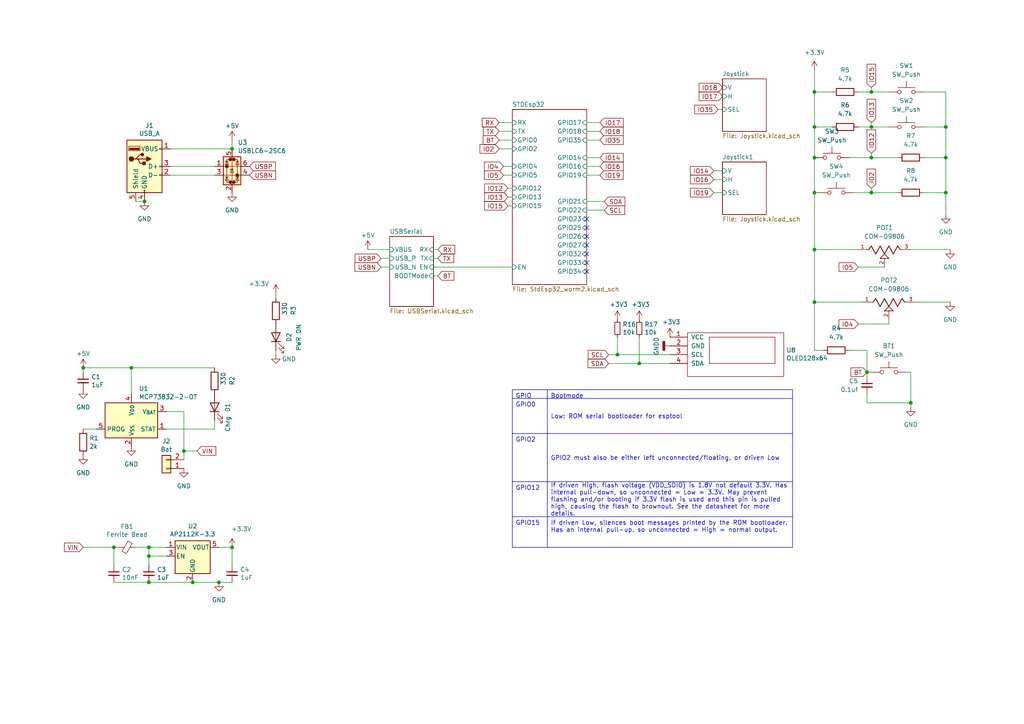
<source format=kicad_sch>
(kicad_sch (version 20250114) (generator "eeschema") (generator_version "9.0")
  (paper "A4")
  (title_block (title "Remote Control WIFI ESP32 S3") (date "2024-11-29"))
  (lib_symbols
    (symbol "+3.3V_1" (power) (pin_names (offset 0))
      (property "Value" "+3.3V_1" (at 0 3.556 0))
      (symbol "+3.3V_1_0_1"
        (polyline (pts (xy -0.762 1.27) (xy 0 2.54)))
        (polyline (pts (xy 0 2.54) (xy 0.762 1.27)))
        (polyline (pts (xy 0 0) (xy 0 2.54)))
      )
      (symbol "+3.3V_1_1_1"
        (pin power_in line (at 0 0 90) (length 0) (hide yes) (name "+3.3V") (number "1"))
      )
    )
    (symbol "+3.3V_3" (power) (pin_names (offset 0))
      (property "Value" "+3.3V_3" (at 0 3.556 0))
      (symbol "+3.3V_3_0_1"
        (polyline (pts (xy -0.762 1.27) (xy 0 2.54)))
        (polyline (pts (xy 0 2.54) (xy 0.762 1.27)))
        (polyline (pts (xy 0 0) (xy 0 2.54)))
      )
      (symbol "+3.3V_3_1_1"
        (pin power_in line (at 0 0 90) (length 0) (hide yes) (name "+3.3V") (number "1"))
      )
    )
    (symbol "Battery_Management:MCP73832-2-OT"
      (property "Reference" "U" (at -7.62 6.35 0))
      (property "Value" "MCP73832-2-OT" (at 1.27 6.35 0))
      (symbol "MCP73832-2-OT_0_1"
        (rectangle (start -7.62 5.08) (end 7.62 -5.08) (stroke (width 0.254)) (fill (type background)))
      )
      (symbol "MCP73832-2-OT_1_1"
        (pin input line (at -10.16 -2.54 0) (length 2.54) (name "PROG") (number "5"))
        (pin power_in line (at 0 7.62 270) (length 2.54) (name "V_{DD}") (number "4"))
        (pin power_in line (at 0 -7.62 90) (length 2.54) (name "V_{SS}") (number "2"))
        (pin power_out line (at 10.16 2.54 180) (length 2.54) (name "V_{BAT}") (number "3"))
        (pin open_collector line (at 10.16 -2.54 180) (length 2.54) (name "STAT") (number "1"))
      )
    )
    (symbol "Connector_Generic:Conn_01x02" (pin_names (offset 1.016) (hide yes))
      (property "Reference" "J" (at 0 2.54 0))
      (property "Value" "Conn_01x02" (at 0 -5.08 0))
      (symbol "Conn_01x02_1_1"
        (rectangle (start -1.27 1.27) (end 1.27 -3.81) (stroke (width 0.254)) (fill (type background)))
        (rectangle (start -1.27 0.127) (end 0 -0.127) (stroke (width 0.1524)))
        (rectangle (start -1.27 -2.413) (end 0 -2.667) (stroke (width 0.1524)))
        (pin passive line (at -5.08 0 0) (length 3.81) (name "Pin_1") (number "1"))
        (pin passive line (at -5.08 -2.54 0) (length 3.81) (name "Pin_2") (number "2"))
      )
    )
    (symbol "Device:C_Small" (pin_numbers (hide yes)) (pin_names (offset 0.254) (hide yes))
      (property "Reference" "C" (at 0.254 1.778 0))
      (property "Value" "C_Small" (at 0.254 -2.032 0))
      (symbol "C_Small_0_1"
        (polyline (pts (xy -1.524 0.508) (xy 1.524 0.508)) (stroke (width 0.3048)))
        (polyline (pts (xy -1.524 -0.508) (xy 1.524 -0.508)) (stroke (width 0.3302)))
      )
      (symbol "C_Small_1_1"
        (pin passive line (at 0 2.54 270) (length 2.032) (name "~") (number "1"))
        (pin passive line (at 0 -2.54 90) (length 2.032) (name "~") (number "2"))
      )
    )
    (symbol "Device:LED" (pin_numbers (hide yes)) (pin_names (offset 1.016) (hide yes))
      (property "Reference" "D" (at 0 2.54 0))
      (property "Value" "LED" (at 0 -2.54 0))
      (symbol "LED_0_1"
        (polyline (pts (xy -3.048 -0.762) (xy -4.572 -2.286) (xy -3.81 -2.286) (xy -4.572 -2.286) (xy -4.572 -1.524)))
        (polyline (pts (xy -1.778 -0.762) (xy -3.302 -2.286) (xy -2.54 -2.286) (xy -3.302 -2.286) (xy -3.302 -1.524)))
        (polyline (pts (xy -1.27 0) (xy 1.27 0)))
        (polyline (pts (xy -1.27 -1.27) (xy -1.27 1.27)) (stroke (width 0.254)))
        (polyline (pts (xy 1.27 -1.27) (xy 1.27 1.27) (xy -1.27 0) (xy 1.27 -1.27)) (stroke (width 0.254)))
      )
      (symbol "LED_1_1"
        (pin passive line (at -3.81 0 0) (length 2.54) (name "K") (number "1"))
        (pin passive line (at 3.81 0 180) (length 2.54) (name "A") (number "2"))
      )
    )
    (symbol "Device:R" (pin_numbers (hide yes)) (pin_names (offset 0))
      (property "Reference" "R" (at 2.032 0 90))
      (property "Value" "R" (at 0 0 90))
      (symbol "R_0_1"
        (rectangle (start -1.016 -2.54) (end 1.016 2.54) (stroke (width 0.254)))
      )
      (symbol "R_1_1"
        (pin passive line (at 0 3.81 270) (length 1.27) (name "~") (number "1"))
        (pin passive line (at 0 -3.81 90) (length 1.27) (name "~") (number "2"))
      )
    )
    (symbol "Device:R_Small" (pin_numbers (hide yes)) (pin_names (offset 0.254) (hide yes))
      (property "Reference" "R" (at 0 0 90))
      (property "Value" "R_Small" (at 1.778 0 90))
      (symbol "R_Small_0_1"
        (rectangle (start -0.762 1.778) (end 0.762 -1.778) (stroke (width 0.2032)))
      )
      (symbol "R_Small_1_1"
        (pin passive line (at 0 2.54 270) (length 0.762) (name "~") (number "1"))
        (pin passive line (at 0 -2.54 90) (length 0.762) (name "~") (number "2"))
      )
    )
    (symbol "Display:OLED128x64" (pin_names (offset 1.016))
      (property "Reference" "U" (at 3.81 1.27 0))
      (property "Value" "Display_OLED128x64" (at 12.7 1.27 0))
      (symbol "OLED128x64_0_1"
        (rectangle (start 5.08 0) (end 33.02 -12.7))
        (rectangle (start 11.43 -1.27) (end 30.48 -8.89))
      )
      (symbol "OLED128x64_1_1"
        (pin input line (at 0 -1.27 0) (length 5.08) (name "VCC") (number "1"))
        (pin input line (at 0 -3.81 0) (length 5.08) (name "GND") (number "2"))
        (pin input line (at 0 -6.35 0) (length 5.08) (name "SCL") (number "3"))
        (pin input line (at 0 -8.89 0) (length 5.08) (name "SDA") (number "4"))
      )
    )
    (symbol "GND_16" (power) (pin_names (offset 0))
      (property "Value" "GND_16" (at 0 -3.81 0))
      (symbol "GND_16_0_1"
        (polyline (pts (xy 0 0) (xy 0 -1.27) (xy 1.27 -1.27) (xy 0 -2.54) (xy -1.27 -1.27) (xy 0 -1.27)))
      )
      (symbol "GND_16_1_1"
        (pin power_in line (at 0 0 270) (length 0) (hide yes) (name "GND") (number "1"))
      )
    )
    (symbol "GND_20" (power) (pin_names (offset 0))
      (property "Value" "GND_20" (at 0 -3.81 0))
      (symbol "GND_20_0_1"
        (polyline (pts (xy 0 0) (xy 0 -1.27) (xy 1.27 -1.27) (xy 0 -2.54) (xy -1.27 -1.27) (xy 0 -1.27)))
      )
      (symbol "GND_20_1_1"
        (pin power_in line (at 0 0 270) (length 0) (hide yes) (name "GND") (number "1"))
      )
    )
    (symbol "GND_7" (power) (pin_names (offset 0))
      (property "Value" "GND_7" (at 0 -3.81 0))
      (symbol "GND_7_0_1"
        (polyline (pts (xy 0 0) (xy 0 -1.27) (xy 1.27 -1.27) (xy 0 -2.54) (xy -1.27 -1.27) (xy 0 -1.27)))
      )
      (symbol "GND_7_1_1"
        (pin power_in line (at 0 0 270) (length 0) (hide yes) (name "GND") (number "1"))
      )
    )
    (symbol "POT-COM_09806:COM-09806" (pin_names (offset 1.016))
      (property "Reference" "R" (at -5.08 5.08 0))
      (property "Value" "COM-09806" (at -5.08 2.54 0))
      (symbol "COM-09806_0_0"
        (polyline (pts (xy -5.08 0) (xy -4.572 0)) (stroke (width 0.1524)))
        (polyline (pts (xy -4.572 0) (xy -3.81 1.016)) (stroke (width 0.254)))
        (polyline (pts (xy -3.81 1.016) (xy -2.54 -1.27)) (stroke (width 0.254)))
        (polyline (pts (xy -2.54 -1.27) (xy -1.27 1.016)) (stroke (width 0.254)))
        (polyline (pts (xy -1.27 1.016) (xy 0 -1.27)) (stroke (width 0.254)))
        (polyline (pts (xy -1.27 -2.54) (xy 0 -1.27)) (stroke (width 0.2032)))
        (polyline (pts (xy 0 -1.27) (xy 1.27 1.016)) (stroke (width 0.254)))
        (polyline (pts (xy 0 -1.27) (xy 1.27 -2.54)) (stroke (width 0.2032)))
        (polyline (pts (xy 1.27 1.016) (xy 2.54 -1.27)) (stroke (width 0.254)))
        (polyline (pts (xy 1.27 -2.54) (xy -1.27 -2.54)) (stroke (width 0.2032)))
        (polyline (pts (xy 2.54 -1.27) (xy 3.81 1.016)) (stroke (width 0.254)))
        (polyline (pts (xy 3.81 1.016) (xy 4.572 0)) (stroke (width 0.254)))
        (polyline (pts (xy 4.572 0) (xy 5.08 0)) (stroke (width 0.1524)))
        (pin passive line (at -7.62 0 0) (length 2.54) (name "~") (number "1"))
        (pin passive line (at 0 -5.08 90) (length 2.54) (name "~") (number "2"))
        (pin passive line (at 7.62 0 180) (length 2.54) (name "~") (number "3"))
      )
    )
    (symbol "Power_Protection:USBLC6-2SC6" (pin_names (hide yes))
      (property "Reference" "U" (at 0.635 5.715 0))
      (property "Value" "USBLC6-2SC6" (at 0.635 3.81 0))
      (symbol "USBLC6-2SC6_0_0"
        (circle (center -1.524 0) (radius 0.0001) (stroke (width 0.508)))
        (circle (center -0.508 2.032) (radius 0.0001) (stroke (width 0.508)))
        (circle (center -0.508 -4.572) (radius 0.0001) (stroke (width 0.508)))
        (circle (center 0.508 2.032) (radius 0.0001) (stroke (width 0.508)))
        (circle (center 0.508 -4.572) (radius 0.0001) (stroke (width 0.508)))
        (circle (center 1.524 -2.54) (radius 0.0001) (stroke (width 0.508)))
      )
      (symbol "USBLC6-2SC6_0_1"
        (polyline (pts (xy -2.54 0) (xy 2.54 0)))
        (polyline (pts (xy -2.54 -2.54) (xy 2.54 -2.54)))
        (polyline (pts (xy -2.032 0.508) (xy -1.016 0.508) (xy -1.524 1.524) (xy -2.032 0.508)))
        (polyline (pts (xy -2.032 -3.048) (xy -1.016 -3.048)))
        (polyline (pts (xy -1.016 1.524) (xy -2.032 1.524)))
        (polyline (pts (xy -1.016 -4.064) (xy -2.032 -4.064) (xy -1.524 -3.048) (xy -1.016 -4.064)))
        (polyline (pts (xy -0.508 -1.143) (xy -0.508 -0.762) (xy 0.508 -0.762)))
        (polyline (pts (xy 0 2.54) (xy -0.508 2.032) (xy 0.508 2.032) (xy 0 1.524) (xy 0 -4.064) (xy -0.508 -4.572) (xy 0.508 -4.572) (xy 0 -5.08)))
        (polyline (pts (xy 0.508 -1.778) (xy -0.508 -1.778) (xy 0 -0.762) (xy 0.508 -1.778)))
        (polyline (pts (xy 1.016 1.524) (xy 2.032 1.524)))
        (polyline (pts (xy 1.016 -3.048) (xy 2.032 -3.048)))
        (polyline (pts (xy 2.032 0.508) (xy 1.016 0.508) (xy 1.524 1.524) (xy 2.032 0.508)))
        (polyline (pts (xy 2.032 -4.064) (xy 1.016 -4.064) (xy 1.524 -3.048) (xy 2.032 -4.064)))
      )
      (symbol "USBLC6-2SC6_1_1"
        (rectangle (start -2.54 2.794) (end 2.54 -5.334) (stroke (width 0.254)) (fill (type background)))
        (polyline (pts (xy -0.508 2.032) (xy -1.524 2.032) (xy -1.524 -4.572) (xy -0.508 -4.572)))
        (polyline (pts (xy 0.508 -4.572) (xy 1.524 -4.572) (xy 1.524 2.032) (xy 0.508 2.032)))
        (pin passive line (at -5.08 0 0) (length 2.54) (name "I/O1") (number "1"))
        (pin passive line (at -5.08 -2.54 0) (length 2.54) (name "I/O2") (number "3"))
        (pin passive line (at 0 5.08 270) (length 2.54) (name "VBUS") (number "5"))
        (pin passive line (at 0 -7.62 90) (length 2.54) (name "GND") (number "2"))
        (pin passive line (at 5.08 0 180) (length 2.54) (name "I/O1") (number "6"))
        (pin passive line (at 5.08 -2.54 180) (length 2.54) (name "I/O2") (number "4"))
      )
    )
    (symbol "Programmer-rescue:AP2112K-3.3-Regulator_Linear" (pin_names (offset 0.254))
      (property "Reference" "U" (at -5.08 5.715 0))
      (property "Value" "Regulator_Linear_AP2112K-3.3" (at 0 5.715 0))
      (symbol "AP2112K-3.3-Regulator_Linear_0_1"
        (rectangle (start -5.08 4.445) (end 5.08 -5.08) (stroke (width 0.254)) (fill (type background)))
      )
      (symbol "AP2112K-3.3-Regulator_Linear_1_1"
        (pin power_in line (at -7.62 2.54 0) (length 2.54) (name "VIN") (number "1"))
        (pin input line (at -7.62 0 0) (length 2.54) (name "EN") (number "3"))
        (pin power_in line (at 0 -7.62 90) (length 2.54) (name "GND") (number "2"))
        (pin power_out line (at 7.62 2.54 180) (length 2.54) (name "VOUT") (number "5"))
        (pin no_connect line (at 7.62 0 180) (length 2.54) (hide yes) (name "NC") (number "4"))
      )
    )
    (symbol "Programmer-rescue:Ferrite_Bead_Small-Device" (pin_numbers (hide yes)) (pin_names (offset 0))
      (property "Reference" "FB" (at 1.905 1.27 0))
      (property "Value" "Device_Ferrite_Bead_Small" (at 1.905 -1.27 0))
      (symbol "Ferrite_Bead_Small-Device_0_1"
        (polyline (pts (xy -1.8288 0.2794) (xy -1.1176 1.4986) (xy 1.8288 -0.2032) (xy 1.1176 -1.4224) (xy -1.8288 0.2794)))
        (polyline (pts (xy 0 0.889) (xy 0 1.2954)))
        (polyline (pts (xy 0 -1.27) (xy 0 -0.7874)))
      )
      (symbol "Ferrite_Bead_Small-Device_1_1"
        (pin passive line (at 0 2.54 270) (length 1.27) (name "~") (number "1"))
        (pin passive line (at 0 -2.54 90) (length 1.27) (name "~") (number "2"))
      )
    )
    (symbol "Programmer-rescue:USB_A-Connector" (pin_names (offset 1.016))
      (property "Reference" "J" (at -5.08 11.43 0))
      (property "Value" "Connector_USB_A" (at -5.08 8.89 0))
      (symbol "USB_A-Connector_0_1"
        (rectangle (start -5.08 -7.62) (end 5.08 7.62) (stroke (width 0.254)) (fill (type background)))
        (circle (center -3.81 2.159) (radius 0.635) (stroke (width 0.254)) (fill (type outline)))
        (polyline (pts (xy -3.175 2.159) (xy -2.54 2.159) (xy -1.27 3.429) (xy -0.635 3.429)) (stroke (width 0.254)))
        (polyline (pts (xy -2.54 2.159) (xy -1.905 2.159) (xy -1.27 0.889) (xy 0 0.889)) (stroke (width 0.254)))
        (rectangle (start -1.524 4.826) (end -4.318 5.334) (fill (type outline)))
        (rectangle (start -1.27 4.572) (end -4.572 5.842))
        (circle (center -0.635 3.429) (radius 0.381) (stroke (width 0.254)) (fill (type outline)))
        (rectangle (start -0.127 -7.62) (end 0.127 -6.858))
        (rectangle (start 0.254 1.27) (end -0.508 0.508) (stroke (width 0.254)) (fill (type outline)))
        (polyline (pts (xy 0.635 2.794) (xy 0.635 1.524) (xy 1.905 2.159) (xy 0.635 2.794)) (stroke (width 0.254)) (fill (type outline)))
        (rectangle (start 5.08 4.953) (end 4.318 5.207))
        (rectangle (start 5.08 -0.127) (end 4.318 0.127))
        (rectangle (start 5.08 -2.667) (end 4.318 -2.413))
      )
      (symbol "USB_A-Connector_1_1"
        (polyline (pts (xy -1.905 2.159) (xy 0.635 2.159)) (stroke (width 0.254)))
        (pin passive line (at -2.54 -10.16 90) (length 2.54) (name "Shield") (number "5"))
        (pin power_in line (at 0 -10.16 90) (length 2.54) (name "GND") (number "4"))
        (pin power_in line (at 7.62 5.08 180) (length 2.54) (name "VBUS") (number "1"))
        (pin passive line (at 7.62 0 180) (length 2.54) (name "D+") (number "3"))
        (pin passive line (at 7.62 -2.54 180) (length 2.54) (name "D-") (number "2"))
      )
    )
    (symbol "Switch:SW_Push" (pin_numbers (hide yes)) (pin_names (offset 1.016) (hide yes))
      (property "Reference" "SW" (at 1.27 2.54 0))
      (property "Value" "SW_Push" (at 0 -1.524 0))
      (symbol "SW_Push_0_1"
        (circle (center -2.032 0) (radius 0.508))
        (polyline (pts (xy 0 1.27) (xy 0 3.048)))
        (circle (center 2.032 0) (radius 0.508))
        (polyline (pts (xy 2.54 1.27) (xy -2.54 1.27)))
        (pin passive line (at -5.08 0 0) (length 2.54) (name "1") (number "1"))
        (pin passive line (at 5.08 0 180) (length 2.54) (name "2") (number "2"))
      )
    )
    (symbol "power:+3V3" (power) (pin_numbers (hide yes)) (pin_names (offset 0) (hide yes))
      (property "Value" "+3V3" (at 0 3.556 0))
      (symbol "+3V3_0_1"
        (polyline (pts (xy -0.762 1.27) (xy 0 2.54)))
        (polyline (pts (xy 0 2.54) (xy 0.762 1.27)))
        (polyline (pts (xy 0 0) (xy 0 2.54)))
      )
      (symbol "+3V3_1_1"
        (pin power_in line (at 0 0 90) (length 0) (name "~") (number "1"))
      )
    )
    (symbol "power:+5V" (power) (pin_numbers (hide yes)) (pin_names (offset 0) (hide yes))
      (property "Value" "+5V" (at 0 3.556 0))
      (symbol "+5V_0_1"
        (polyline (pts (xy -0.762 1.27) (xy 0 2.54)))
        (polyline (pts (xy 0 2.54) (xy 0.762 1.27)))
        (polyline (pts (xy 0 0) (xy 0 2.54)))
      )
      (symbol "+5V_1_1"
        (pin power_in line (at 0 0 90) (length 0) (name "~") (number "1"))
      )
    )
    (symbol "power:GND" (power) (pin_names (offset 0))
      (property "Value" "GND" (at 0 -3.81 0))
      (symbol "GND_0_1"
        (polyline (pts (xy 0 0) (xy 0 -1.27) (xy 1.27 -1.27) (xy 0 -2.54) (xy -1.27 -1.27) (xy 0 -1.27)))
      )
      (symbol "GND_1_1"
        (pin power_in line (at 0 0 270) (length 0) (hide yes) (name "GND") (number "1"))
      )
    )
    (symbol "power:GNDD" (power) (pin_numbers (hide yes)) (pin_names (offset 0) (hide yes))
      (property "Value" "GNDD" (at 0 -3.175 0))
      (symbol "GNDD_0_1"
        (rectangle (start -1.27 -1.524) (end 1.27 -2.032) (stroke (width 0.254)) (fill (type outline)))
        (polyline (pts (xy 0 0) (xy 0 -1.524)))
      )
      (symbol "GNDD_1_1"
        (pin power_in line (at 0 0 270) (length 0) (name "~") (number "1"))
      )
    )
  )
  (junction (at 179.07 102.87))
  (junction (at 53.34 130.81))
  (junction (at 252.73 55.88))
  (junction (at 236.22 36.83))
  (junction (at 236.22 72.39))
  (junction (at 252.73 26.67))
  (junction (at 236.22 87.63))
  (junction (at 38.1 106.68))
  (junction (at 55.88 168.91))
  (junction (at 274.32 45.72))
  (junction (at 24.13 106.68))
  (junction (at 251.46 107.95))
  (junction (at 41.91 58.42))
  (junction (at 43.18 168.91))
  (junction (at 252.73 36.83))
  (junction (at 33.02 158.75))
  (junction (at 252.73 45.72))
  (junction (at 43.18 161.29))
  (junction (at 67.31 43.18))
  (junction (at 236.22 55.88))
  (junction (at 236.22 26.67))
  (junction (at 63.5 168.91))
  (junction (at 43.18 158.75))
  (junction (at 67.31 158.75))
  (junction (at 264.16 116.84))
  (junction (at 274.32 55.88))
  (junction (at 185.42 105.41))
  (junction (at 236.22 45.72))
  (junction (at 274.32 36.83))
  (no_connect (at 556.26 -137.16))
  (no_connect (at 170.18 76.2))
  (no_connect (at 170.18 73.66))
  (no_connect (at 170.18 78.74))
  (no_connect (at 170.18 68.58))
  (no_connect (at 170.18 71.12))
  (no_connect (at 170.18 63.5))
  (no_connect (at 170.18 66.04))
  (wire (pts (xy 248.92 93.98) (xy 257.81 93.98)))
  (wire (pts (xy 39.37 58.42) (xy 41.91 58.42)))
  (wire (pts (xy 274.32 36.83) (xy 274.32 45.72)))
  (wire (pts (xy 48.26 119.38) (xy 53.34 119.38)))
  (wire (pts (xy 236.22 36.83) (xy 236.22 45.72)))
  (wire (pts (xy 43.18 158.75) (xy 43.18 161.29)))
  (wire (pts (xy 207.01 52.07) (xy 209.55 52.07)))
  (wire (pts (xy 144.78 38.1) (xy 148.59 38.1)))
  (wire (pts (xy 144.78 35.56) (xy 148.59 35.56)))
  (wire (pts (xy 170.18 35.56) (xy 173.99 35.56)))
  (wire (pts (xy 247.65 55.88) (xy 252.73 55.88)))
  (wire (pts (xy 236.22 55.88) (xy 236.22 72.39)))
  (wire (pts (xy 173.99 50.8) (xy 170.18 50.8)))
  (wire (pts (xy 147.32 59.69) (xy 148.59 59.69)))
  (wire (pts (xy 179.07 97.79) (xy 179.07 102.87)))
  (wire (pts (xy 24.13 124.46) (xy 27.94 124.46)))
  (wire (pts (xy 251.46 107.95) (xy 251.46 109.22)))
  (wire (pts (xy 62.23 121.92) (xy 62.23 124.46)))
  (wire (pts (xy 207.01 49.53) (xy 209.55 49.53)))
  (wire (pts (xy 125.73 72.39) (xy 127 72.39)))
  (wire (pts (xy 267.97 36.83) (xy 274.32 36.83)))
  (wire (pts (xy 53.34 133.35) (xy 53.34 130.81)))
  (wire (pts (xy 173.99 48.26) (xy 170.18 48.26)))
  (wire (pts (xy 236.22 45.72) (xy 236.22 55.88)))
  (wire (pts (xy 38.1 106.68) (xy 38.1 114.3)))
  (wire (pts (xy 248.92 36.83) (xy 252.73 36.83)))
  (wire (pts (xy 63.5 168.91) (xy 55.88 168.91)))
  (wire (pts (xy 264.16 107.95) (xy 264.16 116.84)))
  (wire (pts (xy 67.31 168.91) (xy 63.5 168.91)))
  (wire (pts (xy 251.46 116.84) (xy 251.46 114.3)))
  (wire (pts (xy 147.32 57.15) (xy 148.59 57.15)))
  (wire (pts (xy 49.53 43.18) (xy 67.31 43.18)))
  (wire (pts (xy 275.59 87.63) (xy 265.43 87.63)))
  (wire (pts (xy 34.29 158.75) (xy 33.02 158.75)))
  (wire (pts (xy 236.22 26.67) (xy 241.3 26.67)))
  (wire (pts (xy 110.49 77.47) (xy 113.03 77.47)))
  (wire (pts (xy 49.53 48.26) (xy 62.23 48.26)))
  (wire (pts (xy 170.18 58.42) (xy 175.26 58.42)))
  (wire (pts (xy 267.97 26.67) (xy 274.32 26.67)))
  (wire (pts (xy 43.18 168.91) (xy 33.02 168.91)))
  (wire (pts (xy 252.73 44.45) (xy 252.73 45.72)))
  (wire (pts (xy 264.16 116.84) (xy 264.16 118.11)))
  (wire (pts (xy 173.99 45.72) (xy 170.18 45.72)))
  (wire (pts (xy 252.73 35.56) (xy 252.73 36.83)))
  (wire (pts (xy 246.38 45.72) (xy 252.73 45.72)))
  (wire (pts (xy 24.13 106.68) (xy 24.13 107.95)))
  (wire (pts (xy 179.07 102.87) (xy 176.53 102.87)))
  (wire (pts (xy 146.05 50.8) (xy 148.59 50.8)))
  (wire (pts (xy 170.18 40.64) (xy 173.99 40.64)))
  (wire (pts (xy 110.49 74.93) (xy 113.03 74.93)))
  (wire (pts (xy 125.73 80.01) (xy 127 80.01)))
  (wire (pts (xy 48.26 124.46) (xy 62.23 124.46)))
  (wire (pts (xy 208.28 31.75) (xy 209.55 31.75)))
  (wire (pts (xy 252.73 55.88) (xy 260.35 55.88)))
  (wire (pts (xy 62.23 106.68) (xy 38.1 106.68)))
  (wire (pts (xy 185.42 97.79) (xy 185.42 105.41)))
  (wire (pts (xy 144.78 40.64) (xy 148.59 40.64)))
  (wire (pts (xy 24.13 158.75) (xy 33.02 158.75)))
  (wire (pts (xy 236.22 87.63) (xy 250.19 87.63)))
  (wire (pts (xy 147.32 54.61) (xy 148.59 54.61)))
  (wire (pts (xy 238.76 101.6) (xy 236.22 101.6)))
  (wire (pts (xy 146.05 48.26) (xy 148.59 48.26)))
  (wire (pts (xy 194.31 105.41) (xy 185.42 105.41)))
  (wire (pts (xy 170.18 38.1) (xy 173.99 38.1)))
  (wire (pts (xy 236.22 26.67) (xy 236.22 36.83)))
  (wire (pts (xy 262.89 107.95) (xy 264.16 107.95)))
  (wire (pts (xy 67.31 40.64) (xy 67.31 43.18)))
  (wire (pts (xy 80.01 101.6) (xy 80.01 102.87)))
  (wire (pts (xy 43.18 168.91) (xy 55.88 168.91)))
  (wire (pts (xy 236.22 72.39) (xy 236.22 87.63)))
  (wire (pts (xy 252.73 26.67) (xy 257.81 26.67)))
  (wire (pts (xy 48.26 161.29) (xy 43.18 161.29)))
  (wire (pts (xy 257.81 93.98) (xy 257.81 92.71)))
  (wire (pts (xy 80.01 85.09) (xy 80.01 86.36)))
  (wire (pts (xy 264.16 72.39) (xy 275.59 72.39)))
  (wire (pts (xy 185.42 105.41) (xy 176.53 105.41)))
  (wire (pts (xy 274.32 55.88) (xy 274.32 62.23)))
  (wire (pts (xy 236.22 36.83) (xy 241.3 36.83)))
  (wire (pts (xy 236.22 72.39) (xy 248.92 72.39)))
  (wire (pts (xy 252.73 36.83) (xy 257.81 36.83)))
  (wire (pts (xy 53.34 130.81) (xy 57.15 130.81)))
  (wire (pts (xy 39.37 158.75) (xy 43.18 158.75)))
  (wire (pts (xy 63.5 158.75) (xy 67.31 158.75)))
  (wire (pts (xy 48.26 158.75) (xy 43.18 158.75)))
  (wire (pts (xy 252.73 107.95) (xy 251.46 107.95)))
  (wire (pts (xy 43.18 161.29) (xy 43.18 163.83)))
  (wire (pts (xy 49.53 50.8) (xy 62.23 50.8)))
  (wire (pts (xy 274.32 26.67) (xy 274.32 36.83)))
  (wire (pts (xy 252.73 45.72) (xy 260.35 45.72)))
  (wire (pts (xy 236.22 55.88) (xy 237.49 55.88)))
  (wire (pts (xy 67.31 158.75) (xy 67.31 163.83)))
  (wire (pts (xy 236.22 20.32) (xy 236.22 26.67)))
  (wire (pts (xy 246.38 101.6) (xy 251.46 101.6)))
  (wire (pts (xy 252.73 25.4) (xy 252.73 26.67)))
  (wire (pts (xy 53.34 119.38) (xy 53.34 130.81)))
  (wire (pts (xy 274.32 55.88) (xy 267.97 55.88)))
  (wire (pts (xy 33.02 158.75) (xy 33.02 163.83)))
  (wire (pts (xy 274.32 45.72) (xy 274.32 55.88)))
  (wire (pts (xy 207.01 55.88) (xy 209.55 55.88)))
  (wire (pts (xy 251.46 116.84) (xy 264.16 116.84)))
  (wire (pts (xy 125.73 74.93) (xy 127 74.93)))
  (wire (pts (xy 170.18 60.96) (xy 175.26 60.96)))
  (wire (pts (xy 144.78 43.18) (xy 148.59 43.18)))
  (wire (pts (xy 236.22 87.63) (xy 236.22 101.6)))
  (wire (pts (xy 248.92 77.47) (xy 256.54 77.47)))
  (wire (pts (xy 125.73 77.47) (xy 148.59 77.47)))
  (wire (pts (xy 248.92 26.67) (xy 252.73 26.67)))
  (wire (pts (xy 267.97 45.72) (xy 274.32 45.72)))
  (wire (pts (xy 251.46 101.6) (xy 251.46 107.95)))
  (wire (pts (xy 106.68 72.39) (xy 113.03 72.39)))
  (wire (pts (xy 194.31 102.87) (xy 179.07 102.87)))
  (wire (pts (xy 38.1 106.68) (xy 24.13 106.68)))
  (wire (pts (xy 252.73 54.61) (xy 252.73 55.88)))
  (table (column_count 2) (border (external yes) (header yes)) (separators (rows yes) (cols yes)) (column_widths 10.16 71.12) (row_heights 2.54 10.16 13.97 10.16 8.89) (cells (table_cell "GPIO" (at 148.59 113.03 0) (size 10.16 2.54) (margins 0.9525 0.9525 0.9525 0.9525) (span 1 1)) (table_cell "Bootmode" (at 158.75 113.03 0) (size 71.12 2.54) (margins 0.9525 0.9525 0.9525 0.9525) (span 1 1)) (table_cell "GPIO0" (at 148.59 115.57 0) (size 10.16 10.16) (margins 0.9525 0.9525 0.9525 0.9525) (span 1 1)) (table_cell "Low: ROM serial bootloader for esptool" (at 158.75 115.57 0) (size 71.12 10.16) (margins 0.9525 0.9525 0.9525 0.9525) (span 1 1)) (table_cell "GPIO2" (at 148.59 125.73 0) (size 10.16 13.97) (margins 0.9525 0.9525 0.9525 0.9525) (span 1 1)) (table_cell "GPIO2 must also be either left unconnected/floating, or driven Low" (at 158.75 125.73 0) (size 71.12 13.97) (margins 0.9525 0.9525 0.9525 0.9525) (span 1 1)) (table_cell "GPIO12 " (at 148.59 139.7 0) (size 10.16 10.16) (margins 0.9525 0.9525 0.9525 0.9525) (span 1 1)) (table_cell "If driven High, flash voltage (VDD_SDIO) is 1.8V not default 3.3V. Has internal pull-down, so unconnected = Low = 3.3V. May prevent flashing and/or booting if 3.3V flash is used and this pin is pulled high, causing the flash to brownout. See the datasheet for more details." (at 158.75 139.7 0) (size 71.12 10.16) (margins 0.9525 0.9525 0.9525 0.9525) (span 1 1)) (table_cell "GPIO15" (at 148.59 149.86 0) (size 10.16 8.89) (margins 0.9525 0.9525 0.9525 0.9525) (span 1 1)) (table_cell "If driven Low, silences boot messages printed by the ROM bootloader. Has an internal pull-up, so unconnected = High = normal output." (at 158.75 149.86 0) (size 71.12 8.89) (margins 0.9525 0.9525 0.9525 0.9525) (span 1 1))))
  (global_label "RX" (shape input) (at 144.78 35.56 180) (property "Intersheetrefs" "${INTERSHEET_REFS}" (effects (hide yes))))
  (global_label "IO15" (shape input) (at 147.32 59.69 180) (property "Intersheetrefs" "${INTERSHEET_REFS}" (effects (hide yes))))
  (global_label "USBN" (shape input) (at 72.39 50.8 0) (property "Intersheetrefs" "${INTERSHEET_REFS}" (effects (hide yes))))
  (global_label "USBP" (shape input) (at 72.39 48.26 0) (property "Intersheetrefs" "${INTERSHEET_REFS}" (effects (hide yes))))
  (global_label "IO12" (shape input) (at 147.32 54.61 180) (property "Intersheetrefs" "${INTERSHEET_REFS}" (effects (hide yes))))
  (global_label "SDA" (shape input) (at 175.26 58.42 0) (property "Intersheetrefs" "${INTERSHEET_REFS}" (effects (hide yes))))
  (global_label "IO14" (shape input) (at 207.01 49.53 180) (property "Intersheetrefs" "${INTERSHEET_REFS}" (effects (hide yes))))
  (global_label "IO2" (shape input) (at 252.73 54.61 90) (property "Intersheetrefs" "${INTERSHEET_REFS}" (effects (hide yes))))
  (global_label "IO13" (shape input) (at 147.32 57.15 180) (property "Intersheetrefs" "${INTERSHEET_REFS}" (effects (hide yes))))
  (global_label "IO5" (shape input) (at 146.05 50.8 180) (property "Intersheetrefs" "${INTERSHEET_REFS}" (effects (hide yes))))
  (global_label "IO4" (shape input) (at 248.92 93.98 180) (property "Intersheetrefs" "${INTERSHEET_REFS}" (effects (hide yes))))
  (global_label "IO15" (shape input) (at 252.73 25.4 90) (property "Intersheetrefs" "${INTERSHEET_REFS}" (effects (hide yes))))
  (global_label "IO17" (shape input) (at 209.55 27.94 180) (property "Intersheetrefs" "${INTERSHEET_REFS}" (effects (hide yes))))
  (global_label "BT" (shape input) (at 144.78 40.64 180) (property "Intersheetrefs" "${INTERSHEET_REFS}" (effects (hide yes))))
  (global_label "RX" (shape input) (at 127 72.39 0) (property "Intersheetrefs" "${INTERSHEET_REFS}" (effects (hide yes))))
  (global_label "VIN" (shape input) (at 24.13 158.75 180) (property "Intersheetrefs" "${INTERSHEET_REFS}" (effects (hide yes))))
  (global_label "IO16" (shape input) (at 173.99 48.26 0) (property "Intersheetrefs" "${INTERSHEET_REFS}" (effects (hide yes))))
  (global_label "IO35" (shape input) (at 208.28 31.75 180) (property "Intersheetrefs" "${INTERSHEET_REFS}" (effects (hide yes))))
  (global_label "USBN" (shape input) (at 110.49 77.47 180) (property "Intersheetrefs" "${INTERSHEET_REFS}" (effects (hide yes))))
  (global_label "IO19" (shape input) (at 207.01 55.88 180) (property "Intersheetrefs" "${INTERSHEET_REFS}" (effects (hide yes))))
  (global_label "SCL" (shape input) (at 176.53 102.87 180) (property "Intersheetrefs" "${INTERSHEET_REFS}" (effects (hide yes))))
  (global_label "IO18" (shape input) (at 173.99 38.1 0) (property "Intersheetrefs" "${INTERSHEET_REFS}" (effects (hide yes))))
  (global_label "IO18" (shape input) (at 209.55 25.4 180) (property "Intersheetrefs" "${INTERSHEET_REFS}" (effects (hide yes))))
  (global_label "TX" (shape input) (at 144.78 38.1 180) (property "Intersheetrefs" "${INTERSHEET_REFS}" (effects (hide yes))))
  (global_label "BT" (shape input) (at 127 80.01 0) (property "Intersheetrefs" "${INTERSHEET_REFS}" (effects (hide yes))))
  (global_label "IO14" (shape input) (at 173.99 45.72 0) (property "Intersheetrefs" "${INTERSHEET_REFS}" (effects (hide yes))))
  (global_label "SCL" (shape input) (at 175.26 60.96 0) (property "Intersheetrefs" "${INTERSHEET_REFS}" (effects (hide yes))))
  (global_label "BT" (shape input) (at 251.46 107.95 180) (property "Intersheetrefs" "${INTERSHEET_REFS}" (effects (hide yes))))
  (global_label "IO35" (shape input) (at 173.99 40.64 0) (property "Intersheetrefs" "${INTERSHEET_REFS}" (effects (hide yes))))
  (global_label "SDA" (shape input) (at 176.53 105.41 180) (property "Intersheetrefs" "${INTERSHEET_REFS}" (effects (hide yes))))
  (global_label "IO5" (shape input) (at 248.92 77.47 180) (property "Intersheetrefs" "${INTERSHEET_REFS}" (effects (hide yes))))
  (global_label "IO13" (shape input) (at 252.73 35.56 90) (property "Intersheetrefs" "${INTERSHEET_REFS}" (effects (hide yes))))
  (global_label "VIN" (shape input) (at 57.15 130.81 0) (property "Intersheetrefs" "${INTERSHEET_REFS}" (effects (hide yes))))
  (global_label "IO12" (shape input) (at 252.73 44.45 90) (property "Intersheetrefs" "${INTERSHEET_REFS}" (effects (hide yes))))
  (global_label "TX" (shape input) (at 127 74.93 0) (property "Intersheetrefs" "${INTERSHEET_REFS}" (effects (hide yes))))
  (global_label "USBP" (shape input) (at 110.49 74.93 180) (property "Intersheetrefs" "${INTERSHEET_REFS}" (effects (hide yes))))
  (global_label "IO2" (shape input) (at 144.78 43.18 180) (property "Intersheetrefs" "${INTERSHEET_REFS}" (effects (hide yes))))
  (global_label "IO17" (shape input) (at 173.99 35.56 0) (property "Intersheetrefs" "${INTERSHEET_REFS}" (effects (hide yes))))
  (global_label "IO19" (shape input) (at 173.99 50.8 0) (property "Intersheetrefs" "${INTERSHEET_REFS}" (effects (hide yes))))
  (global_label "IO4" (shape input) (at 146.05 48.26 180) (property "Intersheetrefs" "${INTERSHEET_REFS}" (effects (hide yes))))
  (global_label "IO16" (shape input) (at 207.01 52.07 180) (property "Intersheetrefs" "${INTERSHEET_REFS}" (effects (hide yes))))
  (symbol (lib_id "power:+3V3") (at 194.31 97.79 0) (unit 1)
    (property "Reference" "#PWR0102" (effects (hide yes)))
    (property "Value" "+3V3" (at 194.691 93.3958 0))
  )
  (symbol (lib_id "power:GNDD") (at 194.31 100.33 270) (unit 1)
    (property "Reference" "#PWR0117" (effects (hide yes)))
    (property "Value" "GNDD" (at 190.373 100.4316 0))
  )
  (symbol (lib_id "power:+3V3") (at 185.42 92.71 0) (unit 1)
    (property "Reference" "#PWR0118" (effects (hide yes)))
    (property "Value" "+3V3" (at 185.801 88.3158 0))
  )
  (symbol (lib_id "power:+3V3") (at 179.07 92.71 0) (unit 1)
    (property "Reference" "#PWR0119" (effects (hide yes)))
    (property "Value" "+3V3" (at 179.451 88.3158 0))
  )
  (symbol (lib_name "GND_16") (lib_id "power:GND") (at 80.01 102.87 0) (unit 1)
    (property "Reference" "#PWR012" (effects (hide yes)))
    (property "Value" "GND" (at 83.82 104.14 0))
  )
  (symbol (lib_id "Programmer-rescue:Ferrite_Bead_Small-Device") (at 36.83 158.75 270) (unit 1)
    (property "Reference" "FB1" (at 36.83 152.7302 90))
    (property "Value" "Ferrite Bead" (at 36.83 155.0416 90))
    (property "Footprint" "Inductor_SMD:L_0603_1608Metric" (effects (hide yes)))
  )
  (symbol (lib_name "+3.3V_3") (lib_id "power:+3.3V") (at 236.22 20.32 0) (unit 1)
    (property "Reference" "#PWR014" (effects (hide yes)))
    (property "Value" "+3.3V" (at 236.22 15.24 0))
  )
  (symbol (lib_id "Device:R_Small") (at 179.07 95.25 0) (unit 1)
    (property "Reference" "R16" (at 180.5686 94.0816 0) (effects (justify left)))
    (property "Value" "10k" (at 180.5686 96.393 0) (effects (justify left)))
    (property "Footprint" "Resistor_SMD:R_0805_2012Metric" (effects (hide yes)))
  )
  (symbol (lib_name "GND_7") (lib_id "power:GND") (at 67.31 55.88 0) (unit 1)
    (property "Reference" "#PWR09" (effects (hide yes)))
    (property "Value" "GND" (at 67.31 60.96 0))
  )
  (symbol (lib_name "GND_7") (lib_id "power:GND") (at 24.13 113.03 0) (unit 1)
    (property "Reference" "#PWR02" (effects (hide yes)))
    (property "Value" "GND" (at 24.13 118.11 0))
  )
  (symbol (lib_name "+3.3V_1") (lib_id "power:+3.3V") (at 67.31 158.75 0) (unit 1)
    (property "Reference" "#PWR010" (effects (hide yes)))
    (property "Value" "+3.3V" (at 67.056 153.416 0) (effects (justify left)))
  )
  (symbol (lib_id "Switch:SW_Push") (at 241.3 45.72 0) (unit 1)
    (property "Reference" "SW3" (at 241.3 38.1 0))
    (property "Value" "SW_Push" (at 241.3 40.64 0))
    (property "Footprint" "Button_Switch_SMD:SW_SPST_PTS645" (effects (hide yes)))
  )
  (symbol (lib_id "POT-COM_09806:COM-09806") (at 256.54 72.39 0) (unit 1)
    (property "Reference" "POT1" (at 256.54 66.04 0))
    (property "Value" "COM-09806" (at 256.54 68.58 0))
    (property "Footprint" "GL_Diverse:POT-COM_09806" (effects (hide yes)))
    (property "PARTREV" "N/A" (effects (hide yes)))
    (property "STANDARD" "Manufacturer Recommendations" (effects (hide yes)))
    (property "MAXIMUM_PACKAGE_HEIGHT" "5.08 mm" (effects (hide yes)))
    (property "MANUFACTURER" "Sparkfun" (effects (hide yes)))
    (property "LINK" "https://www.digikey.com/en/products/detail/sparkfun-electronics/COM-09806/7319606?s=N4IgTCBcDaIMIHkCyBaADATgBxoGwgF0BfIA" (effects (hide yes)))
  )
  (symbol (lib_id "Device:R") (at 245.11 26.67 90) (unit 1)
    (property "Reference" "R5" (at 245.11 20.32 90))
    (property "Value" "4.7k" (at 245.11 22.86 90))
    (property "Footprint" "Resistor_SMD:R_0603_1608Metric" (effects (hide yes)))
    (property "LINK" "https://www.digikey.com/en/products/detail/vishay-dale/CRCW08054K70FKEAC/7928553" (effects (hide yes)))
  )
  (symbol (lib_name "GND_7") (lib_id "power:GND") (at 63.5 168.91 0) (unit 1)
    (property "Reference" "#PWR07" (effects (hide yes)))
    (property "Value" "GND" (at 63.5 173.99 0))
  )
  (symbol (lib_id "Device:R") (at 264.16 45.72 90) (unit 1)
    (property "Reference" "R7" (at 264.16 39.37 90))
    (property "Value" "4.7k" (at 264.16 41.91 90))
    (property "Footprint" "Resistor_SMD:R_0603_1608Metric" (effects (hide yes)))
    (property "LINK" "https://www.digikey.com/en/products/detail/vishay-dale/CRCW08054K70FKEAC/7928553" (effects (hide yes)))
  )
  (symbol (lib_id "Device:R_Small") (at 185.42 95.25 0) (unit 1)
    (property "Reference" "R17" (at 186.9186 94.0816 0) (effects (justify left)))
    (property "Value" "10k" (at 186.9186 96.393 0) (effects (justify left)))
    (property "Footprint" "Resistor_SMD:R_0805_2012Metric" (effects (hide yes)))
  )
  (symbol (lib_id "Display:OLED128x64") (at 194.31 96.52 0) (unit 1)
    (property "Reference" "U8" (at 228.0412 101.5746 0) (effects (justify left)))
    (property "Value" "OLED128x64" (at 228.0412 103.886 0) (effects (justify left)))
    (property "Footprint" "GL_Display:1.3 IIC display" (effects (hide yes)))
    (property "Datasheet" "https://arduinotech.dk/shop/1-3-spi-i2c-serial-128x64-oled-lcd-display-module/" (effects (hide yes)))
  )
  (symbol (lib_id "Programmer-rescue:USB_A-Connector") (at 41.91 48.26 0) (unit 1)
    (property "Reference" "J1" (at 43.3578 36.3982 0))
    (property "Value" "USB_A" (at 43.3578 38.7096 0))
    (property "Footprint" "Connector_USB:USB_Mini-B_Wuerth_65100516121_Horizontal" (effects (hide yes)))
    (property "Datasheet" " ~" (effects (hide yes)))
  )
  (symbol (lib_name "GND_7") (lib_id "power:GND") (at 53.34 135.89 0) (unit 1)
    (property "Reference" "#PWR06" (effects (hide yes)))
    (property "Value" "GND" (at 53.34 140.97 0))
  )
  (symbol (lib_id "power:GND") (at 274.32 62.23 0) (unit 1)
    (property "Reference" "#PWR016" (effects (hide yes)))
    (property "Value" "GND" (at 274.32 67.31 0))
  )
  (symbol (lib_id "Device:C_Small") (at 24.13 110.49 0) (unit 1)
    (property "Reference" "C1" (at 26.4668 109.3216 0) (effects (justify left)))
    (property "Value" "1uF" (at 26.4668 111.633 0) (effects (justify left)))
    (property "Footprint" "Capacitor_SMD:C_0603_1608Metric" (effects (hide yes)))
  )
  (symbol (lib_id "Battery_Management:MCP73832-2-OT") (at 38.1 121.92 0) (unit 1)
    (property "Reference" "U1" (at 40.2941 112.6955 0) (effects (justify left)))
    (property "Value" "MCP73832-2-OT" (at 40.2941 115.1198 0) (effects (justify left)))
    (property "Footprint" "Package_TO_SOT_SMD:SOT-23-5" (effects (hide yes)))
    (property "Datasheet" "http://ww1.microchip.com/downloads/en/DeviceDoc/20001984g.pdf" (effects (hide yes)))
    (property "Description" "Single cell, Li-Ion/Li-Po charge management controller, 4.20V, Open-Drain Status Output, in SOT23-5 package" (effects (hide yes)))
  )
  (symbol (lib_name "GND_7") (lib_id "power:GND") (at 38.1 129.54 0) (unit 1)
    (property "Reference" "#PWR04" (effects (hide yes)))
    (property "Value" "GND" (at 38.1 134.62 0))
  )
  (symbol (lib_id "Device:LED") (at 80.01 97.79 90) (unit 1)
    (property "Reference" "D2" (at 83.82 96.52 0) (effects (justify right)))
    (property "Value" "PWR ON" (at 86.614 93.98 0) (effects (justify right)))
    (property "Footprint" "LED_SMD:LED_0805_2012Metric" (effects (hide yes)))
    (property "LINK" "https://www.digikey.com/en/products/detail/w%C3%BCrth-elektronik/150080VS75000/4489924" (effects (hide yes)))
  )
  (symbol (lib_id "power:+5V") (at 106.68 72.39 0) (unit 1)
    (property "Reference" "#PWR013" (effects (hide yes)))
    (property "Value" "+5V" (at 106.68 68.2569 0))
    (property "Description" "Power symbol creates a global label with name \"+5V\"" (effects (hide yes)))
  )
  (symbol (lib_name "GND_7") (lib_id "power:GND") (at 24.13 132.08 0) (unit 1)
    (property "Reference" "#PWR03" (effects (hide yes)))
    (property "Value" "GND" (at 24.13 137.16 0))
  )
  (symbol (lib_id "Device:C_Small") (at 67.31 166.37 0) (unit 1)
    (property "Reference" "C4" (at 69.6468 165.2016 0) (effects (justify left)))
    (property "Value" "1uF" (at 69.6468 167.513 0) (effects (justify left)))
    (property "Footprint" "Capacitor_SMD:C_0603_1608Metric" (effects (hide yes)))
  )
  (symbol (lib_id "Switch:SW_Push") (at 262.89 36.83 0) (unit 1)
    (property "Reference" "SW2" (at 262.89 29.21 0))
    (property "Value" "SW_Push" (at 262.89 31.75 0))
    (property "Footprint" "Button_Switch_THT:SW_Tactile_SPST_Angled_PTS645Vx39-2LFS" (effects (hide yes)))
    (property "LINK" "https://www.digikey.com/en/products/detail/c-k/PTS645VH83-2-LFS/1146776" (effects (hide yes)))
  )
  (symbol (lib_id "power:GND") (at 275.59 72.39 0) (unit 1)
    (property "Reference" "#PWR017" (effects (hide yes)))
    (property "Value" "GND" (at 275.59 77.47 0))
  )
  (symbol (lib_id "Device:C_Small") (at 43.18 166.37 0) (unit 1)
    (property "Reference" "C3" (at 45.5168 165.2016 0) (effects (justify left)))
    (property "Value" "1uF" (at 45.5168 167.513 0) (effects (justify left)))
    (property "Footprint" "Capacitor_SMD:C_0603_1608Metric" (effects (hide yes)))
  )
  (symbol (lib_id "Device:R") (at 264.16 55.88 90) (unit 1)
    (property "Reference" "R8" (at 264.16 49.53 90))
    (property "Value" "4.7k" (at 264.16 52.07 90))
    (property "Footprint" "Resistor_SMD:R_0603_1608Metric" (effects (hide yes)))
    (property "LINK" "https://www.digikey.com/en/products/detail/vishay-dale/CRCW08054K70FKEAC/7928553" (effects (hide yes)))
  )
  (symbol (lib_id "Device:LED") (at 62.23 118.11 90) (unit 1)
    (property "Reference" "D1" (at 66.04 116.84 0) (effects (justify right)))
    (property "Value" "Chrg" (at 66.04 120.65 0) (effects (justify right)))
    (property "Footprint" "LED_SMD:LED_0805_2012Metric" (effects (hide yes)))
    (property "LINK" "https://www.digikey.com/en/products/detail/w%C3%BCrth-elektronik/150080VS75000/4489924" (effects (hide yes)))
  )
  (symbol (lib_id "Device:R") (at 24.13 128.27 0) (unit 1)
    (property "Reference" "R1" (at 25.908 127.0578 0) (effects (justify left)))
    (property "Value" "2k" (at 25.908 129.4821 0) (effects (justify left)))
    (property "Footprint" "Resistor_SMD:R_0603_1608Metric" (effects (hide yes)))
    (property "LINK" "https://www.digikey.com/en/products/detail/vishay-dale/CRCW08054K70FKEAC/7928553" (effects (hide yes)))
  )
  (symbol (lib_id "power:+5V") (at 67.31 40.64 0) (unit 1)
    (property "Reference" "#PWR08" (effects (hide yes)))
    (property "Value" "+5V" (at 67.31 36.5069 0))
    (property "Description" "Power symbol creates a global label with name \"+5V\"" (effects (hide yes)))
  )
  (symbol (lib_id "Device:R") (at 242.57 101.6 90) (unit 1)
    (property "Reference" "R4" (at 242.57 95.25 90))
    (property "Value" "4.7k" (at 242.57 97.79 90))
    (property "Footprint" "Resistor_SMD:R_0603_1608Metric" (effects (hide yes)))
    (property "LINK" "https://www.digikey.com/en/products/detail/vishay-dale/CRCW08054K70FKEAC/7928553" (effects (hide yes)))
  )
  (symbol (lib_id "Device:R") (at 62.23 110.49 0) (unit 1)
    (property "Reference" "R2" (at 67.31 111.76 90) (effects (justify left)))
    (property "Value" "330" (at 64.77 111.76 90) (effects (justify left)))
    (property "Footprint" "Resistor_SMD:R_0603_1608Metric" (effects (hide yes)))
    (property "LINK" "https://www.digikey.com/en/products/detail/yageo/RC0805FR-073K3L/727813" (effects (hide yes)))
  )
  (symbol (lib_id "Programmer-rescue:AP2112K-3.3-Regulator_Linear") (at 55.88 161.29 0) (unit 1)
    (property "Reference" "U2" (at 55.88 152.6032 0))
    (property "Value" "AP2112K-3.3" (at 55.88 154.9146 0))
    (property "Footprint" "Package_TO_SOT_SMD:SOT-23-5" (effects (hide yes)))
    (property "Datasheet" "https://www.diodes.com/assets/Datasheets/AP2112.pdf" (effects (hide yes)))
  )
  (symbol (lib_name "GND_7") (lib_id "power:GND") (at 41.91 58.42 0) (unit 1)
    (property "Reference" "#PWR05" (effects (hide yes)))
    (property "Value" "GND" (at 41.91 63.5 0))
  )
  (symbol (lib_id "power:GND") (at 275.59 87.63 0) (unit 1)
    (property "Reference" "#PWR018" (effects (hide yes)))
    (property "Value" "GND" (at 275.59 92.71 0))
  )
  (symbol (lib_id "Switch:SW_Push") (at 262.89 26.67 0) (unit 1)
    (property "Reference" "SW1" (at 262.89 19.05 0))
    (property "Value" "SW_Push" (at 262.89 21.59 0))
    (property "Footprint" "Button_Switch_THT:SW_Tactile_SPST_Angled_PTS645Vx39-2LFS" (effects (hide yes)))
    (property "LINK" "https://www.digikey.com/en/products/detail/c-k/PTS645VH83-2-LFS/1146776" (effects (hide yes)))
  )
  (symbol (lib_name "GND_20") (lib_id "power:GND") (at 264.16 118.11 0) (mirror y) (unit 1)
    (property "Reference" "#PWR015" (effects (hide yes)))
    (property "Value" "GND" (at 264.16 123.19 0))
  )
  (symbol (lib_id "Device:R") (at 80.01 90.17 0) (unit 1)
    (property "Reference" "R3" (at 85.09 91.44 90) (effects (justify left)))
    (property "Value" "330" (at 82.55 91.44 90) (effects (justify left)))
    (property "Footprint" "Resistor_SMD:R_0603_1608Metric" (effects (hide yes)))
    (property "LINK" "https://www.digikey.com/en/products/detail/yageo/RC0805FR-073K3L/727813" (effects (hide yes)))
  )
  (symbol (lib_id "POT-COM_09806:COM-09806") (at 257.81 87.63 0) (unit 1)
    (property "Reference" "POT2" (at 257.81 81.28 0))
    (property "Value" "COM-09806" (at 257.81 83.82 0))
    (property "Footprint" "GL_Diverse:POT-COM_09806" (effects (hide yes)))
    (property "PARTREV" "N/A" (effects (hide yes)))
    (property "STANDARD" "Manufacturer Recommendations" (effects (hide yes)))
    (property "MAXIMUM_PACKAGE_HEIGHT" "5.08 mm" (effects (hide yes)))
    (property "MANUFACTURER" "Sparkfun" (effects (hide yes)))
    (property "LINK" "https://www.digikey.com/en/products/detail/sparkfun-electronics/COM-09806/7319606?s=N4IgTCBcDaIMIHkCyBaADATgBxoGwgF0BfIA" (effects (hide yes)))
  )
  (symbol (lib_id "Device:C_Small") (at 251.46 111.76 0) (mirror y) (unit 1)
    (property "Reference" "C5" (at 248.92 110.4963 0) (effects (justify left)))
    (property "Value" "0.1uf" (at 248.92 113.0363 0) (effects (justify left)))
    (property "Footprint" "Capacitor_SMD:C_0603_1608Metric" (effects (hide yes)))
    (property "LINK" "https://www.digikey.com/en/products/detail/samsung-electro-mechanics/CL21B104KBCNNNC/3886661" (effects (hide yes)))
  )
  (symbol (lib_id "Switch:SW_Push") (at 242.57 55.88 0) (unit 1)
    (property "Reference" "SW4" (at 242.57 48.26 0))
    (property "Value" "SW_Push" (at 242.57 50.8 0))
    (property "Footprint" "Button_Switch_SMD:SW_SPST_PTS645" (effects (hide yes)))
  )
  (symbol (lib_id "power:+5V") (at 24.13 106.68 0) (unit 1)
    (property "Reference" "#PWR01" (effects (hide yes)))
    (property "Value" "+5V" (at 24.13 102.5469 0))
    (property "Description" "Power symbol creates a global label with name \"+5V\"" (effects (hide yes)))
  )
  (symbol (lib_id "Device:C_Small") (at 33.02 166.37 0) (unit 1)
    (property "Reference" "C2" (at 35.3568 165.2016 0) (effects (justify left)))
    (property "Value" "10nF" (at 35.3568 167.513 0) (effects (justify left)))
    (property "Footprint" "Capacitor_SMD:C_0603_1608Metric" (effects (hide yes)))
  )
  (symbol (lib_id "Switch:SW_Push") (at 257.81 107.95 0) (mirror y) (unit 1)
    (property "Reference" "BT1" (at 257.81 100.33 0))
    (property "Value" "SW_Push" (at 257.81 102.87 0))
    (property "Footprint" "Button_Switch_SMD:SW_SPST_PTS645" (effects (hide yes)))
    (property "LINK" "https://www.digikey.com/en/products/detail/c-k/PTS636-SK25-SMTR-LFS/10071735?s=N4IgTCBcDaIAoBUDKA2AzCpBpMBWJAsggEoAyAYkiALoC%2BQA" (effects (hide yes)))
  )
  (symbol (lib_id "Device:R") (at 245.11 36.83 90) (unit 1)
    (property "Reference" "R6" (at 245.11 30.48 90))
    (property "Value" "4.7k" (at 245.11 33.02 90))
    (property "Footprint" "Resistor_SMD:R_0603_1608Metric" (effects (hide yes)))
    (property "LINK" "https://www.digikey.com/en/products/detail/vishay-dale/CRCW08054K70FKEAC/7928553" (effects (hide yes)))
  )
  (symbol (lib_name "+3.3V_1") (lib_id "power:+3.3V") (at 80.01 85.09 0) (unit 1)
    (property "Reference" "#PWR011" (effects (hide yes)))
    (property "Value" "+3.3V" (at 72.136 82.296 0) (effects (justify left)))
  )
  (symbol (lib_id "Power_Protection:USBLC6-2SC6") (at 67.31 48.26 0) (unit 1)
    (property "Reference" "U3" (at 68.9611 41.3215 0) (effects (justify left)))
    (property "Value" "USBLC6-2SC6" (at 68.9611 43.7458 0) (effects (justify left)))
    (property "Footprint" "Package_TO_SOT_SMD:SOT-23-6" (effects (hide yes)))
    (property "Datasheet" "https://www.st.com/resource/en/datasheet/usblc6-2.pdf" (effects (hide yes)))
    (property "Description" "Very low capacitance ESD protection diode, 2 data-line, SOT-23-6" (effects (hide yes)))
  )
  (symbol (lib_id "Connector_Generic:Conn_01x02") (at 48.26 135.89 180) (unit 1)
    (property "Reference" "J2" (at 48.26 127.9355 0))
    (property "Value" "Bat" (at 48.26 130.3598 0))
    (property "Footprint" "Connector_Molex:Molex_Micro-Fit_3.0_43650-0215_1x02_P3.00mm_Vertical" (effects (hide yes)))
    (property "Description" "Generic connector, single row, 01x02, script generated (kicad-library-utils/schlib/autogen/connector/)" (effects (hide yes)))
  )
  (sheet (at 113.03 68.58) (size 12.7 20.32) (stroke (width 0.1524))
    (property "Sheetname" "USBSerial" (at 113.03 67.8684 0) (effects (justify left bottom)))
    (property "Sheetfile" "USBSerial.kicad_sch" (at 113.03 89.4846 0) (effects (justify left top)))
    (pin "VBUS" input (at 113.03 72.39 180))
    (pin "USB_P" input (at 113.03 74.93 180))
    (pin "RX" input (at 125.73 72.39 0))
    (pin "TX" input (at 125.73 74.93 0))
    (pin "USB_N" input (at 113.03 77.47 180))
    (pin "EN" input (at 125.73 77.47 0))
    (pin "BOOTMode" input (at 125.73 80.01 0))
  )
  (sheet (at 209.55 22.86) (size 12.7 15.24) (stroke (width 0.1524))
    (property "Sheetname" "Joystick" (at 209.55 22.1484 0) (effects (justify left bottom)))
    (property "Sheetfile" "Joystick.kicad_sch" (at 209.55 38.6846 0) (effects (justify left top)))
    (pin "SEL" input (at 209.55 31.75 180))
    (pin "H" input (at 209.55 27.94 180))
    (pin "V" input (at 209.55 25.4 180))
  )
  (sheet (at 209.55 46.99) (size 12.7 15.24) (stroke (width 0.1524))
    (property "Sheetname" "Joystick1" (at 209.55 46.2784 0) (effects (justify left bottom)))
    (property "Sheetfile" "Joystick.kicad_sch" (at 209.55 62.8146 0) (effects (justify left top)))
    (pin "SEL" input (at 209.55 55.88 180))
    (pin "H" input (at 209.55 52.07 180))
    (pin "V" input (at 209.55 49.53 180))
  )
  (sheet (at 148.59 31.75) (size 21.59 50.8) (stroke (width 0.1524))
    (property "Sheetname" "STDEsp32" (at 148.59 31.0384 0) (effects (justify left bottom)))
    (property "Sheetfile" "StdEsp32_worm2.kicad_sch" (at 148.59 83.1346 0) (effects (justify left top)))
    (pin "GPIO0" input (at 148.59 40.64 180))
    (pin "GPIO2" input (at 148.59 43.18 180))
    (pin "GPIO4" input (at 148.59 48.26 180))
    (pin "GPIO5" input (at 148.59 50.8 180))
    (pin "RX" input (at 148.59 35.56 180))
    (pin "TX" input (at 148.59 38.1 180))
    (pin "EN" input (at 148.59 77.47 180))
    (pin "GPIO14" input (at 170.18 45.72 0))
    (pin "GPIO16" input (at 170.18 48.26 0))
    (pin "GPIO35" input (at 170.18 40.64 0))
    (pin "GPIO18" input (at 170.18 38.1 0))
    (pin "GPIO17" input (at 170.18 35.56 0))
    (pin "GPIO13" input (at 148.59 57.15 180))
    (pin "GPIO15" input (at 148.59 59.69 180))
    (pin "GPIO12" input (at 148.59 54.61 180))
    (pin "GPIO19" input (at 170.18 50.8 0))
    (pin "GPIO21" input (at 170.18 58.42 0))
    (pin "GPIO22" input (at 170.18 60.96 0))
    (pin "GPIO23" input (at 170.18 63.5 0))
    (pin "GPIO25" input (at 170.18 66.04 0))
    (pin "GPIO26" input (at 170.18 68.58 0))
    (pin "GPIO27" input (at 170.18 71.12 0))
    (pin "GPIO32" input (at 170.18 73.66 0))
    (pin "GPIO33" input (at 170.18 76.2 0))
    (pin "GPIO34" input (at 170.18 78.74 0))
  )
)
</source>
